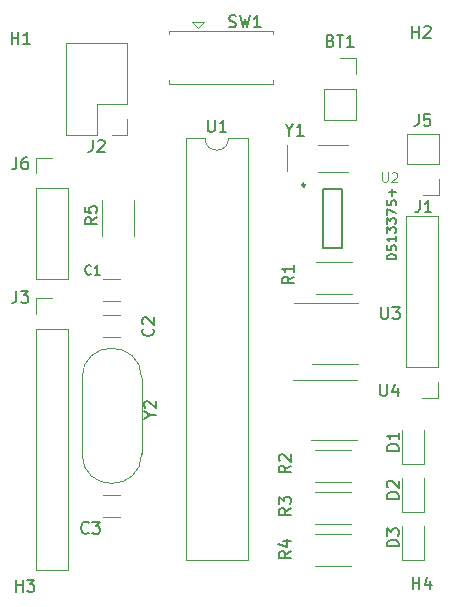
<source format=gbr>
%TF.GenerationSoftware,KiCad,Pcbnew,(6.0.7)*%
%TF.CreationDate,2022-11-04T10:53:51-04:00*%
%TF.ProjectId,proj_7,70726f6a-5f37-42e6-9b69-6361645f7063,rev?*%
%TF.SameCoordinates,Original*%
%TF.FileFunction,Legend,Top*%
%TF.FilePolarity,Positive*%
%FSLAX46Y46*%
G04 Gerber Fmt 4.6, Leading zero omitted, Abs format (unit mm)*
G04 Created by KiCad (PCBNEW (6.0.7)) date 2022-11-04 10:53:51*
%MOMM*%
%LPD*%
G01*
G04 APERTURE LIST*
%ADD10C,0.150000*%
%ADD11C,0.125000*%
%ADD12C,0.120000*%
%ADD13C,0.249999*%
G04 APERTURE END LIST*
D10*
%TO.C,H2*%
X133883495Y-67284980D02*
X133883495Y-66284980D01*
X133883495Y-66761171D02*
X134454923Y-66761171D01*
X134454923Y-67284980D02*
X134454923Y-66284980D01*
X134883495Y-66380219D02*
X134931114Y-66332600D01*
X135026352Y-66284980D01*
X135264447Y-66284980D01*
X135359685Y-66332600D01*
X135407304Y-66380219D01*
X135454923Y-66475457D01*
X135454923Y-66570695D01*
X135407304Y-66713552D01*
X134835876Y-67284980D01*
X135454923Y-67284980D01*
%TO.C,D2*%
X132750380Y-106286095D02*
X131750380Y-106286095D01*
X131750380Y-106048000D01*
X131798000Y-105905142D01*
X131893238Y-105809904D01*
X131988476Y-105762285D01*
X132178952Y-105714666D01*
X132321809Y-105714666D01*
X132512285Y-105762285D01*
X132607523Y-105809904D01*
X132702761Y-105905142D01*
X132750380Y-106048000D01*
X132750380Y-106286095D01*
X131845619Y-105333714D02*
X131798000Y-105286095D01*
X131750380Y-105190857D01*
X131750380Y-104952761D01*
X131798000Y-104857523D01*
X131845619Y-104809904D01*
X131940857Y-104762285D01*
X132036095Y-104762285D01*
X132178952Y-104809904D01*
X132750380Y-105381333D01*
X132750380Y-104762285D01*
%TO.C,J1*%
X134515266Y-81037180D02*
X134515266Y-81751466D01*
X134467647Y-81894323D01*
X134372409Y-81989561D01*
X134229552Y-82037180D01*
X134134314Y-82037180D01*
X135515266Y-82037180D02*
X134943838Y-82037180D01*
X135229552Y-82037180D02*
X135229552Y-81037180D01*
X135134314Y-81180038D01*
X135039076Y-81275276D01*
X134943838Y-81322895D01*
%TO.C,U3*%
X131267295Y-90079580D02*
X131267295Y-90889104D01*
X131314914Y-90984342D01*
X131362533Y-91031961D01*
X131457771Y-91079580D01*
X131648247Y-91079580D01*
X131743485Y-91031961D01*
X131791104Y-90984342D01*
X131838723Y-90889104D01*
X131838723Y-90079580D01*
X132219676Y-90079580D02*
X132838723Y-90079580D01*
X132505390Y-90460533D01*
X132648247Y-90460533D01*
X132743485Y-90508152D01*
X132791104Y-90555771D01*
X132838723Y-90651009D01*
X132838723Y-90889104D01*
X132791104Y-90984342D01*
X132743485Y-91031961D01*
X132648247Y-91079580D01*
X132362533Y-91079580D01*
X132267295Y-91031961D01*
X132219676Y-90984342D01*
%TO.C,SW1*%
X118385666Y-66343061D02*
X118528523Y-66390680D01*
X118766619Y-66390680D01*
X118861857Y-66343061D01*
X118909476Y-66295442D01*
X118957095Y-66200204D01*
X118957095Y-66104966D01*
X118909476Y-66009728D01*
X118861857Y-65962109D01*
X118766619Y-65914490D01*
X118576142Y-65866871D01*
X118480904Y-65819252D01*
X118433285Y-65771633D01*
X118385666Y-65676395D01*
X118385666Y-65581157D01*
X118433285Y-65485919D01*
X118480904Y-65438300D01*
X118576142Y-65390680D01*
X118814238Y-65390680D01*
X118957095Y-65438300D01*
X119290428Y-65390680D02*
X119528523Y-66390680D01*
X119719000Y-65676395D01*
X119909476Y-66390680D01*
X120147571Y-65390680D01*
X121052333Y-66390680D02*
X120480904Y-66390680D01*
X120766619Y-66390680D02*
X120766619Y-65390680D01*
X120671380Y-65533538D01*
X120576142Y-65628776D01*
X120480904Y-65676395D01*
%TO.C,H1*%
X99974495Y-67792980D02*
X99974495Y-66792980D01*
X99974495Y-67269171D02*
X100545923Y-67269171D01*
X100545923Y-67792980D02*
X100545923Y-66792980D01*
X101545923Y-67792980D02*
X100974495Y-67792980D01*
X101260209Y-67792980D02*
X101260209Y-66792980D01*
X101164971Y-66935838D01*
X101069733Y-67031076D01*
X100974495Y-67078695D01*
%TO.C,D1*%
X132750380Y-102222095D02*
X131750380Y-102222095D01*
X131750380Y-101984000D01*
X131798000Y-101841142D01*
X131893238Y-101745904D01*
X131988476Y-101698285D01*
X132178952Y-101650666D01*
X132321809Y-101650666D01*
X132512285Y-101698285D01*
X132607523Y-101745904D01*
X132702761Y-101841142D01*
X132750380Y-101984000D01*
X132750380Y-102222095D01*
X132750380Y-100698285D02*
X132750380Y-101269714D01*
X132750380Y-100984000D02*
X131750380Y-100984000D01*
X131893238Y-101079238D01*
X131988476Y-101174476D01*
X132036095Y-101269714D01*
%TO.C,H4*%
X133934295Y-113970180D02*
X133934295Y-112970180D01*
X133934295Y-113446371D02*
X134505723Y-113446371D01*
X134505723Y-113970180D02*
X134505723Y-112970180D01*
X135410485Y-113303514D02*
X135410485Y-113970180D01*
X135172390Y-112922561D02*
X134934295Y-113636847D01*
X135553342Y-113636847D01*
%TO.C,C3*%
X106487933Y-109170742D02*
X106440314Y-109218361D01*
X106297457Y-109265980D01*
X106202219Y-109265980D01*
X106059361Y-109218361D01*
X105964123Y-109123123D01*
X105916504Y-109027885D01*
X105868885Y-108837409D01*
X105868885Y-108694552D01*
X105916504Y-108504076D01*
X105964123Y-108408838D01*
X106059361Y-108313600D01*
X106202219Y-108265980D01*
X106297457Y-108265980D01*
X106440314Y-108313600D01*
X106487933Y-108361219D01*
X106821266Y-108265980D02*
X107440314Y-108265980D01*
X107106980Y-108646933D01*
X107249838Y-108646933D01*
X107345076Y-108694552D01*
X107392695Y-108742171D01*
X107440314Y-108837409D01*
X107440314Y-109075504D01*
X107392695Y-109170742D01*
X107345076Y-109218361D01*
X107249838Y-109265980D01*
X106964123Y-109265980D01*
X106868885Y-109218361D01*
X106821266Y-109170742D01*
%TO.C,R4*%
X123591580Y-110732866D02*
X123115390Y-111066200D01*
X123591580Y-111304295D02*
X122591580Y-111304295D01*
X122591580Y-110923342D01*
X122639200Y-110828104D01*
X122686819Y-110780485D01*
X122782057Y-110732866D01*
X122924914Y-110732866D01*
X123020152Y-110780485D01*
X123067771Y-110828104D01*
X123115390Y-110923342D01*
X123115390Y-111304295D01*
X122924914Y-109875723D02*
X123591580Y-109875723D01*
X122543961Y-110113819D02*
X123258247Y-110351914D01*
X123258247Y-109732866D01*
%TO.C,Y2*%
X111710790Y-99231390D02*
X112186980Y-99231390D01*
X111186980Y-99564723D02*
X111710790Y-99231390D01*
X111186980Y-98898057D01*
X111282219Y-98612342D02*
X111234600Y-98564723D01*
X111186980Y-98469485D01*
X111186980Y-98231390D01*
X111234600Y-98136152D01*
X111282219Y-98088533D01*
X111377457Y-98040914D01*
X111472695Y-98040914D01*
X111615552Y-98088533D01*
X112186980Y-98659961D01*
X112186980Y-98040914D01*
%TO.C,U1*%
X116586095Y-74244380D02*
X116586095Y-75053904D01*
X116633714Y-75149142D01*
X116681333Y-75196761D01*
X116776571Y-75244380D01*
X116967047Y-75244380D01*
X117062285Y-75196761D01*
X117109904Y-75149142D01*
X117157523Y-75053904D01*
X117157523Y-74244380D01*
X118157523Y-75244380D02*
X117586095Y-75244380D01*
X117871809Y-75244380D02*
X117871809Y-74244380D01*
X117776571Y-74387238D01*
X117681333Y-74482476D01*
X117586095Y-74530095D01*
%TO.C,J2*%
X106850666Y-75934380D02*
X106850666Y-76648666D01*
X106803047Y-76791523D01*
X106707809Y-76886761D01*
X106564952Y-76934380D01*
X106469714Y-76934380D01*
X107279238Y-76029619D02*
X107326857Y-75982000D01*
X107422095Y-75934380D01*
X107660190Y-75934380D01*
X107755428Y-75982000D01*
X107803047Y-76029619D01*
X107850666Y-76124857D01*
X107850666Y-76220095D01*
X107803047Y-76362952D01*
X107231619Y-76934380D01*
X107850666Y-76934380D01*
%TO.C,J3*%
X100377666Y-88707980D02*
X100377666Y-89422266D01*
X100330047Y-89565123D01*
X100234809Y-89660361D01*
X100091952Y-89707980D01*
X99996714Y-89707980D01*
X100758619Y-88707980D02*
X101377666Y-88707980D01*
X101044333Y-89088933D01*
X101187190Y-89088933D01*
X101282428Y-89136552D01*
X101330047Y-89184171D01*
X101377666Y-89279409D01*
X101377666Y-89517504D01*
X101330047Y-89612742D01*
X101282428Y-89660361D01*
X101187190Y-89707980D01*
X100901476Y-89707980D01*
X100806238Y-89660361D01*
X100758619Y-89612742D01*
%TO.C,C2*%
X111939342Y-91911466D02*
X111986961Y-91959085D01*
X112034580Y-92101942D01*
X112034580Y-92197180D01*
X111986961Y-92340038D01*
X111891723Y-92435276D01*
X111796485Y-92482895D01*
X111606009Y-92530514D01*
X111463152Y-92530514D01*
X111272676Y-92482895D01*
X111177438Y-92435276D01*
X111082200Y-92340038D01*
X111034580Y-92197180D01*
X111034580Y-92101942D01*
X111082200Y-91959085D01*
X111129819Y-91911466D01*
X111129819Y-91530514D02*
X111082200Y-91482895D01*
X111034580Y-91387657D01*
X111034580Y-91149561D01*
X111082200Y-91054323D01*
X111129819Y-91006704D01*
X111225057Y-90959085D01*
X111320295Y-90959085D01*
X111463152Y-91006704D01*
X112034580Y-91578133D01*
X112034580Y-90959085D01*
%TO.C,Y1*%
X123501209Y-75083990D02*
X123501209Y-75560180D01*
X123167876Y-74560180D02*
X123501209Y-75083990D01*
X123834542Y-74560180D01*
X124691685Y-75560180D02*
X124120257Y-75560180D01*
X124405971Y-75560180D02*
X124405971Y-74560180D01*
X124310733Y-74703038D01*
X124215495Y-74798276D01*
X124120257Y-74845895D01*
%TO.C,R2*%
X123591580Y-103493866D02*
X123115390Y-103827200D01*
X123591580Y-104065295D02*
X122591580Y-104065295D01*
X122591580Y-103684342D01*
X122639200Y-103589104D01*
X122686819Y-103541485D01*
X122782057Y-103493866D01*
X122924914Y-103493866D01*
X123020152Y-103541485D01*
X123067771Y-103589104D01*
X123115390Y-103684342D01*
X123115390Y-104065295D01*
X122686819Y-103112914D02*
X122639200Y-103065295D01*
X122591580Y-102970057D01*
X122591580Y-102731961D01*
X122639200Y-102636723D01*
X122686819Y-102589104D01*
X122782057Y-102541485D01*
X122877295Y-102541485D01*
X123020152Y-102589104D01*
X123591580Y-103160533D01*
X123591580Y-102541485D01*
D11*
%TO.C,U2*%
X131361126Y-78682904D02*
X131361126Y-79330523D01*
X131399221Y-79406714D01*
X131437316Y-79444809D01*
X131513507Y-79482904D01*
X131665888Y-79482904D01*
X131742078Y-79444809D01*
X131780173Y-79406714D01*
X131818269Y-79330523D01*
X131818269Y-78682904D01*
X132161126Y-78759095D02*
X132199221Y-78721000D01*
X132275411Y-78682904D01*
X132465888Y-78682904D01*
X132542078Y-78721000D01*
X132580173Y-78759095D01*
X132618269Y-78835285D01*
X132618269Y-78911476D01*
X132580173Y-79025761D01*
X132123030Y-79482904D01*
X132618269Y-79482904D01*
D10*
X132518104Y-86048476D02*
X131718104Y-86048476D01*
X131718104Y-85858000D01*
X131756200Y-85743714D01*
X131832390Y-85667523D01*
X131908580Y-85629428D01*
X132060961Y-85591333D01*
X132175247Y-85591333D01*
X132327628Y-85629428D01*
X132403819Y-85667523D01*
X132480009Y-85743714D01*
X132518104Y-85858000D01*
X132518104Y-86048476D01*
X132480009Y-85286571D02*
X132518104Y-85172285D01*
X132518104Y-84981809D01*
X132480009Y-84905619D01*
X132441914Y-84867523D01*
X132365723Y-84829428D01*
X132289533Y-84829428D01*
X132213342Y-84867523D01*
X132175247Y-84905619D01*
X132137152Y-84981809D01*
X132099057Y-85134190D01*
X132060961Y-85210380D01*
X132022866Y-85248476D01*
X131946676Y-85286571D01*
X131870485Y-85286571D01*
X131794295Y-85248476D01*
X131756200Y-85210380D01*
X131718104Y-85134190D01*
X131718104Y-84943714D01*
X131756200Y-84829428D01*
X132518104Y-84067523D02*
X132518104Y-84524666D01*
X132518104Y-84296095D02*
X131718104Y-84296095D01*
X131832390Y-84372285D01*
X131908580Y-84448476D01*
X131946676Y-84524666D01*
X131718104Y-83800857D02*
X131718104Y-83305619D01*
X132022866Y-83572285D01*
X132022866Y-83458000D01*
X132060961Y-83381809D01*
X132099057Y-83343714D01*
X132175247Y-83305619D01*
X132365723Y-83305619D01*
X132441914Y-83343714D01*
X132480009Y-83381809D01*
X132518104Y-83458000D01*
X132518104Y-83686571D01*
X132480009Y-83762761D01*
X132441914Y-83800857D01*
X131718104Y-83038952D02*
X131718104Y-82543714D01*
X132022866Y-82810380D01*
X132022866Y-82696095D01*
X132060961Y-82619904D01*
X132099057Y-82581809D01*
X132175247Y-82543714D01*
X132365723Y-82543714D01*
X132441914Y-82581809D01*
X132480009Y-82619904D01*
X132518104Y-82696095D01*
X132518104Y-82924666D01*
X132480009Y-83000857D01*
X132441914Y-83038952D01*
X131718104Y-82277047D02*
X131718104Y-81743714D01*
X132518104Y-82086571D01*
X132480009Y-81477047D02*
X132518104Y-81362761D01*
X132518104Y-81172285D01*
X132480009Y-81096095D01*
X132441914Y-81058000D01*
X132365723Y-81019904D01*
X132289533Y-81019904D01*
X132213342Y-81058000D01*
X132175247Y-81096095D01*
X132137152Y-81172285D01*
X132099057Y-81324666D01*
X132060961Y-81400857D01*
X132022866Y-81438952D01*
X131946676Y-81477047D01*
X131870485Y-81477047D01*
X131794295Y-81438952D01*
X131756200Y-81400857D01*
X131718104Y-81324666D01*
X131718104Y-81134190D01*
X131756200Y-81019904D01*
X132213342Y-80677047D02*
X132213342Y-80067523D01*
X132518104Y-80372285D02*
X131908580Y-80372285D01*
%TO.C,R1*%
X123870980Y-87491866D02*
X123394790Y-87825200D01*
X123870980Y-88063295D02*
X122870980Y-88063295D01*
X122870980Y-87682342D01*
X122918600Y-87587104D01*
X122966219Y-87539485D01*
X123061457Y-87491866D01*
X123204314Y-87491866D01*
X123299552Y-87539485D01*
X123347171Y-87587104D01*
X123394790Y-87682342D01*
X123394790Y-88063295D01*
X123870980Y-86539485D02*
X123870980Y-87110914D01*
X123870980Y-86825200D02*
X122870980Y-86825200D01*
X123013838Y-86920438D01*
X123109076Y-87015676D01*
X123156695Y-87110914D01*
%TO.C,J6*%
X100377666Y-77404980D02*
X100377666Y-78119266D01*
X100330047Y-78262123D01*
X100234809Y-78357361D01*
X100091952Y-78404980D01*
X99996714Y-78404980D01*
X101282428Y-77404980D02*
X101091952Y-77404980D01*
X100996714Y-77452600D01*
X100949095Y-77500219D01*
X100853857Y-77643076D01*
X100806238Y-77833552D01*
X100806238Y-78214504D01*
X100853857Y-78309742D01*
X100901476Y-78357361D01*
X100996714Y-78404980D01*
X101187190Y-78404980D01*
X101282428Y-78357361D01*
X101330047Y-78309742D01*
X101377666Y-78214504D01*
X101377666Y-77976409D01*
X101330047Y-77881171D01*
X101282428Y-77833552D01*
X101187190Y-77785933D01*
X100996714Y-77785933D01*
X100901476Y-77833552D01*
X100853857Y-77881171D01*
X100806238Y-77976409D01*
%TO.C,U4*%
X131191095Y-96607380D02*
X131191095Y-97416904D01*
X131238714Y-97512142D01*
X131286333Y-97559761D01*
X131381571Y-97607380D01*
X131572047Y-97607380D01*
X131667285Y-97559761D01*
X131714904Y-97512142D01*
X131762523Y-97416904D01*
X131762523Y-96607380D01*
X132667285Y-96940714D02*
X132667285Y-97607380D01*
X132429190Y-96559761D02*
X132191095Y-97274047D01*
X132810142Y-97274047D01*
%TO.C,D3*%
X132750380Y-110341095D02*
X131750380Y-110341095D01*
X131750380Y-110103000D01*
X131798000Y-109960142D01*
X131893238Y-109864904D01*
X131988476Y-109817285D01*
X132178952Y-109769666D01*
X132321809Y-109769666D01*
X132512285Y-109817285D01*
X132607523Y-109864904D01*
X132702761Y-109960142D01*
X132750380Y-110103000D01*
X132750380Y-110341095D01*
X131750380Y-109436333D02*
X131750380Y-108817285D01*
X132131333Y-109150619D01*
X132131333Y-109007761D01*
X132178952Y-108912523D01*
X132226571Y-108864904D01*
X132321809Y-108817285D01*
X132559904Y-108817285D01*
X132655142Y-108864904D01*
X132702761Y-108912523D01*
X132750380Y-109007761D01*
X132750380Y-109293476D01*
X132702761Y-109388714D01*
X132655142Y-109436333D01*
%TO.C,C1*%
X106699066Y-87255314D02*
X106660971Y-87293409D01*
X106546685Y-87331504D01*
X106470495Y-87331504D01*
X106356209Y-87293409D01*
X106280019Y-87217219D01*
X106241923Y-87141028D01*
X106203828Y-86988647D01*
X106203828Y-86874361D01*
X106241923Y-86721980D01*
X106280019Y-86645790D01*
X106356209Y-86569600D01*
X106470495Y-86531504D01*
X106546685Y-86531504D01*
X106660971Y-86569600D01*
X106699066Y-86607695D01*
X107460971Y-87331504D02*
X107003828Y-87331504D01*
X107232400Y-87331504D02*
X107232400Y-86531504D01*
X107156209Y-86645790D01*
X107080019Y-86721980D01*
X107003828Y-86760076D01*
%TO.C,R3*%
X123616980Y-107100666D02*
X123140790Y-107434000D01*
X123616980Y-107672095D02*
X122616980Y-107672095D01*
X122616980Y-107291142D01*
X122664600Y-107195904D01*
X122712219Y-107148285D01*
X122807457Y-107100666D01*
X122950314Y-107100666D01*
X123045552Y-107148285D01*
X123093171Y-107195904D01*
X123140790Y-107291142D01*
X123140790Y-107672095D01*
X122616980Y-106767333D02*
X122616980Y-106148285D01*
X122997933Y-106481619D01*
X122997933Y-106338761D01*
X123045552Y-106243523D01*
X123093171Y-106195904D01*
X123188409Y-106148285D01*
X123426504Y-106148285D01*
X123521742Y-106195904D01*
X123569361Y-106243523D01*
X123616980Y-106338761D01*
X123616980Y-106624476D01*
X123569361Y-106719714D01*
X123521742Y-106767333D01*
%TO.C,R5*%
X107183180Y-82488066D02*
X106706990Y-82821400D01*
X107183180Y-83059495D02*
X106183180Y-83059495D01*
X106183180Y-82678542D01*
X106230800Y-82583304D01*
X106278419Y-82535685D01*
X106373657Y-82488066D01*
X106516514Y-82488066D01*
X106611752Y-82535685D01*
X106659371Y-82583304D01*
X106706990Y-82678542D01*
X106706990Y-83059495D01*
X106183180Y-81583304D02*
X106183180Y-82059495D01*
X106659371Y-82107114D01*
X106611752Y-82059495D01*
X106564133Y-81964257D01*
X106564133Y-81726161D01*
X106611752Y-81630923D01*
X106659371Y-81583304D01*
X106754609Y-81535685D01*
X106992704Y-81535685D01*
X107087942Y-81583304D01*
X107135561Y-81630923D01*
X107183180Y-81726161D01*
X107183180Y-81964257D01*
X107135561Y-82059495D01*
X107087942Y-82107114D01*
%TO.C,J5*%
X134439066Y-73747380D02*
X134439066Y-74461666D01*
X134391447Y-74604523D01*
X134296209Y-74699761D01*
X134153352Y-74747380D01*
X134058114Y-74747380D01*
X135391447Y-73747380D02*
X134915257Y-73747380D01*
X134867638Y-74223571D01*
X134915257Y-74175952D01*
X135010495Y-74128333D01*
X135248590Y-74128333D01*
X135343828Y-74175952D01*
X135391447Y-74223571D01*
X135439066Y-74318809D01*
X135439066Y-74556904D01*
X135391447Y-74652142D01*
X135343828Y-74699761D01*
X135248590Y-74747380D01*
X135010495Y-74747380D01*
X134915257Y-74699761D01*
X134867638Y-74652142D01*
%TO.C,H3*%
X100330095Y-114173380D02*
X100330095Y-113173380D01*
X100330095Y-113649571D02*
X100901523Y-113649571D01*
X100901523Y-114173380D02*
X100901523Y-113173380D01*
X101282476Y-113173380D02*
X101901523Y-113173380D01*
X101568190Y-113554333D01*
X101711047Y-113554333D01*
X101806285Y-113601952D01*
X101853904Y-113649571D01*
X101901523Y-113744809D01*
X101901523Y-113982904D01*
X101853904Y-114078142D01*
X101806285Y-114125761D01*
X101711047Y-114173380D01*
X101425333Y-114173380D01*
X101330095Y-114125761D01*
X101282476Y-114078142D01*
%TO.C,BT1*%
X126976285Y-67516571D02*
X127119142Y-67564190D01*
X127166761Y-67611809D01*
X127214380Y-67707047D01*
X127214380Y-67849904D01*
X127166761Y-67945142D01*
X127119142Y-67992761D01*
X127023904Y-68040380D01*
X126642952Y-68040380D01*
X126642952Y-67040380D01*
X126976285Y-67040380D01*
X127071523Y-67088000D01*
X127119142Y-67135619D01*
X127166761Y-67230857D01*
X127166761Y-67326095D01*
X127119142Y-67421333D01*
X127071523Y-67468952D01*
X126976285Y-67516571D01*
X126642952Y-67516571D01*
X127500095Y-67040380D02*
X128071523Y-67040380D01*
X127785809Y-68040380D02*
X127785809Y-67040380D01*
X128928666Y-68040380D02*
X128357238Y-68040380D01*
X128642952Y-68040380D02*
X128642952Y-67040380D01*
X128547714Y-67183238D01*
X128452476Y-67278476D01*
X128357238Y-67326095D01*
D12*
%TO.C,D2*%
X132988000Y-107408000D02*
X134908000Y-107408000D01*
X132988000Y-104548000D02*
X132988000Y-107408000D01*
X134908000Y-107408000D02*
X134908000Y-104548000D01*
%TO.C,J1*%
X136040000Y-95143000D02*
X133380000Y-95143000D01*
X136040000Y-82383000D02*
X133380000Y-82383000D01*
X136040000Y-95143000D02*
X136040000Y-82383000D01*
X136040000Y-96413000D02*
X136040000Y-97743000D01*
X133380000Y-95143000D02*
X133380000Y-82383000D01*
X136040000Y-97743000D02*
X134710000Y-97743000D01*
%TO.C,U3*%
X127348000Y-89769000D02*
X129298000Y-89769000D01*
X127348000Y-94889000D02*
X129298000Y-94889000D01*
X127348000Y-89769000D02*
X123898000Y-89769000D01*
X127348000Y-94889000D02*
X125398000Y-94889000D01*
%TO.C,SW1*%
X113319000Y-71188300D02*
X113319000Y-70878300D01*
X122139000Y-71188300D02*
X113319000Y-71188300D01*
X122139000Y-66668300D02*
X122139000Y-66978300D01*
X115729000Y-66468300D02*
X116229000Y-65968300D01*
X115229000Y-65968300D02*
X115729000Y-66468300D01*
X113319000Y-66668300D02*
X122139000Y-66668300D01*
X113319000Y-66978300D02*
X113319000Y-66668300D01*
X122139000Y-71188300D02*
X122139000Y-70878300D01*
X116229000Y-65968300D02*
X115229000Y-65968300D01*
%TO.C,D1*%
X132988000Y-103344000D02*
X134908000Y-103344000D01*
X134908000Y-103344000D02*
X134908000Y-100484000D01*
X132988000Y-100484000D02*
X132988000Y-103344000D01*
%TO.C,C3*%
X107704248Y-106008000D02*
X109126752Y-106008000D01*
X107704248Y-107828000D02*
X109126752Y-107828000D01*
%TO.C,R4*%
X125651936Y-111977000D02*
X128706064Y-111977000D01*
X125651936Y-109257000D02*
X128706064Y-109257000D01*
%TO.C,Y2*%
X110979000Y-96088000D02*
X110979000Y-102488000D01*
X105929000Y-96088000D02*
X105929000Y-102488000D01*
X110979000Y-96088000D02*
G75*
G03*
X105929000Y-96088000I-2525000J0D01*
G01*
X105929000Y-102488000D02*
G75*
G03*
X110979000Y-102488000I2525000J0D01*
G01*
%TO.C,U1*%
X119998000Y-75792000D02*
X118348000Y-75792000D01*
X114698000Y-111472000D02*
X119998000Y-111472000D01*
X114698000Y-75792000D02*
X114698000Y-111472000D01*
X116348000Y-75792000D02*
X114698000Y-75792000D01*
X119998000Y-111472000D02*
X119998000Y-75792000D01*
X116348000Y-75792000D02*
G75*
G03*
X118348000Y-75792000I1000000J0D01*
G01*
%TO.C,J2*%
X107184000Y-72882000D02*
X107184000Y-75482000D01*
X109784000Y-67742000D02*
X104584000Y-67742000D01*
X109784000Y-74152000D02*
X109784000Y-75482000D01*
X109784000Y-72882000D02*
X109784000Y-67742000D01*
X104584000Y-75482000D02*
X104584000Y-67742000D01*
X109784000Y-75482000D02*
X108454000Y-75482000D01*
X107184000Y-75482000D02*
X104584000Y-75482000D01*
X109784000Y-72882000D02*
X107184000Y-72882000D01*
%TO.C,J3*%
X102048000Y-90678000D02*
X102048000Y-89348000D01*
X102048000Y-112328000D02*
X104708000Y-112328000D01*
X102048000Y-91948000D02*
X102048000Y-112328000D01*
X102048000Y-91948000D02*
X104708000Y-91948000D01*
X104708000Y-91948000D02*
X104708000Y-112328000D01*
X102048000Y-89348000D02*
X103378000Y-89348000D01*
%TO.C,C2*%
X107742748Y-90768000D02*
X109165252Y-90768000D01*
X107742748Y-92588000D02*
X109165252Y-92588000D01*
%TO.C,Y1*%
X123281500Y-76370000D02*
X123281500Y-78570000D01*
X125956500Y-76320000D02*
X128456500Y-76320000D01*
X125956500Y-78620000D02*
X128456500Y-78620000D01*
%TO.C,R2*%
X125651936Y-104865000D02*
X128706064Y-104865000D01*
X125651936Y-102145000D02*
X128706064Y-102145000D01*
D10*
%TO.C,U2*%
X126358999Y-85050000D02*
X127959001Y-85050000D01*
X127959001Y-85050000D02*
X127959001Y-80050000D01*
X126358999Y-85050000D02*
X126358999Y-80050000D01*
X126358999Y-80050000D02*
X127959001Y-80050000D01*
D13*
X124834001Y-79744999D02*
G75*
G03*
X124834001Y-79744999I-125001J0D01*
G01*
D12*
%TO.C,R1*%
X125745936Y-86270000D02*
X128800064Y-86270000D01*
X125745936Y-88990000D02*
X128800064Y-88990000D01*
%TO.C,J6*%
X102048000Y-87700000D02*
X104708000Y-87700000D01*
X102048000Y-80020000D02*
X104708000Y-80020000D01*
X102048000Y-80020000D02*
X102048000Y-87700000D01*
X102048000Y-78750000D02*
X102048000Y-77420000D01*
X102048000Y-77420000D02*
X103378000Y-77420000D01*
X104708000Y-80020000D02*
X104708000Y-87700000D01*
%TO.C,U4*%
X127254000Y-101366000D02*
X125304000Y-101366000D01*
X127254000Y-96246000D02*
X129204000Y-96246000D01*
X127254000Y-96246000D02*
X123804000Y-96246000D01*
X127254000Y-101366000D02*
X129204000Y-101366000D01*
%TO.C,D3*%
X134908000Y-111463000D02*
X134908000Y-108603000D01*
X132988000Y-108603000D02*
X132988000Y-111463000D01*
X132988000Y-111463000D02*
X134908000Y-111463000D01*
%TO.C,C1*%
X107742748Y-87720000D02*
X109165252Y-87720000D01*
X107742748Y-89540000D02*
X109165252Y-89540000D01*
%TO.C,R3*%
X125651936Y-105701000D02*
X128706064Y-105701000D01*
X125651936Y-108421000D02*
X128706064Y-108421000D01*
%TO.C,R5*%
X107602000Y-84061064D02*
X107602000Y-81006936D01*
X110322000Y-84061064D02*
X110322000Y-81006936D01*
%TO.C,J5*%
X136134000Y-79268000D02*
X136134000Y-80598000D01*
X133474000Y-77998000D02*
X133474000Y-75398000D01*
X136134000Y-77998000D02*
X136134000Y-75398000D01*
X136134000Y-75398000D02*
X133474000Y-75398000D01*
X136134000Y-80598000D02*
X134804000Y-80598000D01*
X136134000Y-77998000D02*
X133474000Y-77998000D01*
%TO.C,BT1*%
X126432000Y-74228000D02*
X129092000Y-74228000D01*
X129092000Y-69028000D02*
X129092000Y-70358000D01*
X127762000Y-69028000D02*
X129092000Y-69028000D01*
X126432000Y-71628000D02*
X129092000Y-71628000D01*
X126432000Y-71628000D02*
X126432000Y-74228000D01*
X129092000Y-71628000D02*
X129092000Y-74228000D01*
%TD*%
M02*

</source>
